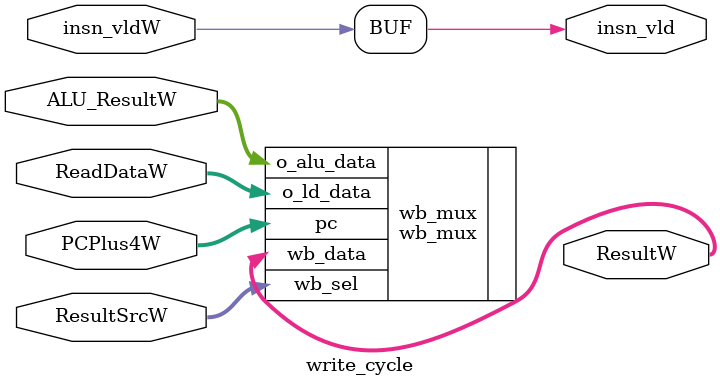
<source format=sv>
module write_cycle(
 // input declaring
	input logic        insn_vldW,
	input logic [1:0]  ResultSrcW,
	input logic [31:0] PCPlus4W, ALU_ResultW, ReadDataW,
 // output declaring
	output logic        insn_vld,
	output logic [31:0] ResultW
);
// Declaration of Module
wb_mux wb_mux (   
   .wb_sel(ResultSrcW),
	.o_alu_data(ALU_ResultW),
	.pc(PCPlus4W),
   .o_ld_data(ReadDataW),
   .wb_data(ResultW)
  );
	assign insn_vld = insn_vldW;
endmodule : write_cycle

</source>
